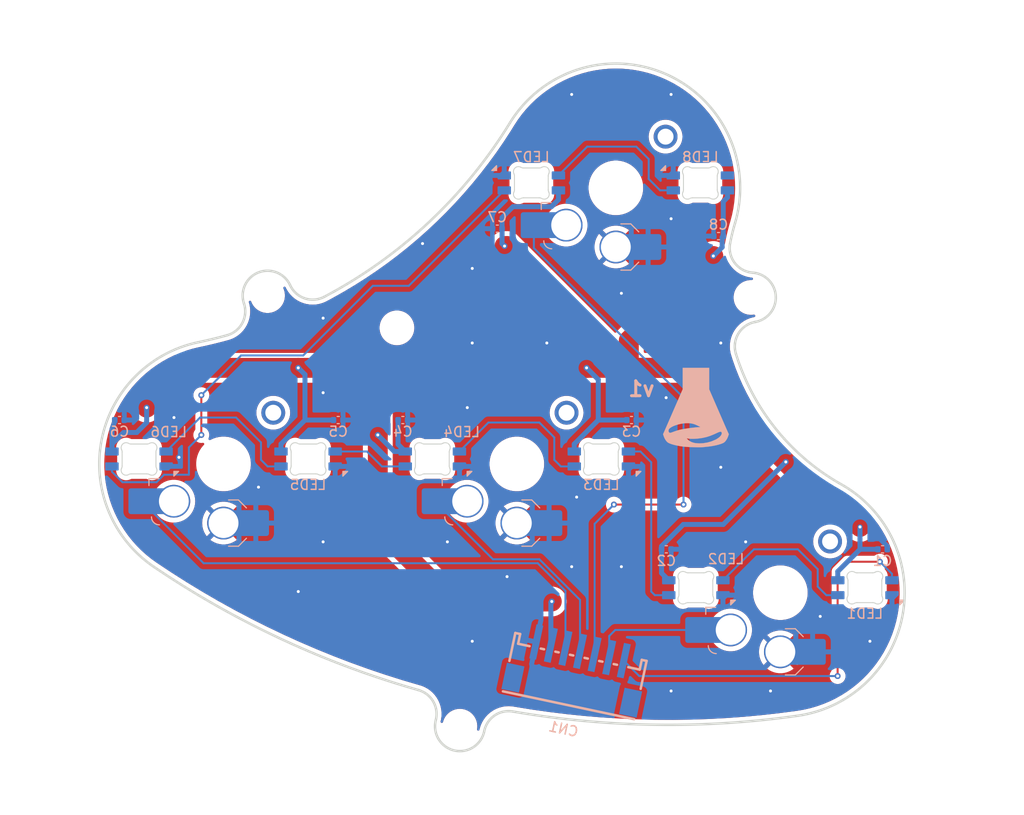
<source format=kicad_pcb>
(kicad_pcb (version 20240108) (generator "pcbnew") (generator_version "8.0")
  (title_block (title "wasd") (date "2025-02-03") (rev "v1") (company "Speedy Labs"))
  (layers (0 "F.Cu" signal) (31 "B.Cu" signal) (34 "B.Paste" user) (35 "F.Paste" user) (36 "B.SilkS" user "B.Silkscreen") (37 "F.SilkS" user "F.Silkscreen") (38 "B.Mask" user) (39 "F.Mask" user) (44 "Edge.Cuts" user))
  (net 0 "")
  (net 1 "GND")
  (net 2 "+5V")
  (net 3 "up")
  (net 4 "left")
  (net 5 "down")
  (net 6 "right")
  (net 9 "LED_DATA")
  (net 10 "Net-(LED1-DOUT)")
  (net 11 "Net-(LED2-DOUT)")
  (net 12 "Net-(LED4-DOUT)")
  (net 13 "Net-(LED3-DOUT)")
  (net 14 "Net-(LED5-DOUT)")
  (net 15 "Net-(LED6-DOUT)")
  (net 16 "Net-(LED7-DOUT)")
  (footprint "MountingHole:MountingHole_3mm" (layer "F.Cu") (at 165.535094 82.920487)
    (property "Reference" "H2")
    (property "Value" "MountingHole")
    (pad "" np_thru_hole circle (at 0 0) (size 3 3) (drill 3) (layers "*.Cu" "*.Mask"))
  )
  (footprint "MountingHole:MountingHole_3mm" (layer "F.Cu") (at 116.909787 82.731731)
    (property "Reference" "H1")
    (property "Value" "MountingHole")
    (pad "" np_thru_hole circle (at 0 0) (size 3 3) (drill 3) (layers "*.Cu" "*.Mask"))
  )
  (footprint "MountingHole:MountingHole_3mm" (layer "F.Cu") (at 136.25677 126.04851)
    (property "Reference" "H3")
    (property "Value" "MountingHole")
    (pad "" np_thru_hole circle (at 0 0) (size 3 3) (drill 3) (layers "*.Cu" "*.Mask"))
  )
  (footprint "MountingHole:MountingHole_3mm" (layer "F.Cu") (at 129.92481 85.97665)
    (property "Reference" "H4")
    (property "Value" "MountingHole")
    (pad "" np_thru_hole circle (at 0 0) (size 3 3) (drill 3) (layers "*.Cu" "*.Mask"))
  )
  (footprint "Capacitor_SMD:C_0402_1005Metric" (layer "B.Cu") (at 140.02 76 180)
    (property "Reference" "C7" (at 0 1.16 0) (layer "B.SilkS") (effects (justify mirror)))
    (property "Value" "100nF")
    (pad "1" smd roundrect (at -0.48 0 180) (size 0.56 0.62) (layers "B.Cu" "B.Paste" "B.Mask") (net 2 "+5V"))
    (pad "2" smd roundrect (at 0.48 0 180) (size 0.56 0.62) (layers "B.Cu" "B.Paste" "B.Mask") (net 1 "GND"))
  )
  (footprint "PCM_marbastlib-choc:LED_choc_6028R" (layer "B.Cu") (at 150.486056 99.163376)
    (property "Reference" "LED3" (at 0 2.6 0) (layer "B.SilkS") (effects (justify mirror)))
    (property "Value" "choc_SK6812MINI-E")
    (fp_line (start -1.699999 -0.702843) (end -1.699999 0.702841) (stroke (width 0.1)) (layer "Edge.Cuts"))
    (fp_line (start -0.794452 1.499999) (end 0.794452 1.499999) (stroke (width 0.1)) (layer "Edge.Cuts"))
    (fp_line (start 0.794453 -1.5) (end -0.794452 -1.5) (stroke (width 0.1)) (layer "Edge.Cuts"))
    (fp_line (start 1.699999 0.702841) (end 1.699999 -0.702843) (stroke (width 0.1)) (layer "Edge.Cuts"))
    (fp_arc (start -1.749484 -0.919721) (mid -1.712527 -0.814069) (end -1.699999 -0.702843) (stroke (width 0.1)) (layer "Edge.Cuts"))
    (fp_arc (start -1.749484 -0.919721) (mid -1.638071 -1.504036) (end -1.046711 -1.5683) (stroke (width 0.1)) (layer "Edge.Cuts"))
    (fp_arc (start -1.699999 0.702842) (mid -1.712527 0.814067) (end -1.749484 0.919719) (stroke (width 0.1)) (layer "Edge.Cuts"))
    (fp_arc (start -1.046711 1.568296) (mid -1.63807 1.504033) (end -1.749484 0.919719) (stroke (width 0.1)) (layer "Edge.Cuts"))
    (fp_arc (start -1.04671 1.568298) (mid -0.925122 1.517376) (end -0.794452 1.499999) (stroke (width 0.1)) (layer "Edge.Cuts"))
    (fp_arc (start -0.794453 -1.500001) (mid -0.925123 -1.517378) (end -1.046711 -1.5683) (stroke (width 0.1)) (layer "Edge.Cuts"))
    (fp_arc (start 0.794452 1.499999) (mid 0.925123 1.517376) (end 1.046711 1.568298) (stroke (width 0.1)) (layer "Edge.Cuts"))
    (fp_arc (start 1.046711 -1.568299) (mid 0.925123 -1.517377) (end 0.794453 -1.5) (stroke (width 0.1)) (layer "Edge.Cuts"))
    (fp_arc (start 1.046711 -1.568299) (mid 1.638071 -1.504036) (end 1.749484 -0.919721) (stroke (width 0.1)) (layer "Edge.Cuts"))
    (fp_arc (start 1.699999 -0.702844) (mid 1.712538 -0.814067) (end 1.749484 -0.919721) (stroke (width 0.1)) (layer "Edge.Cuts"))
    (fp_arc (start 1.749484 0.919718) (mid 1.638073 1.504037) (end 1.046711 1.568298) (stroke (width 0.1)) (layer "Edge.Cuts"))
    (fp_arc (start 1.749484 0.919719) (mid 1.712541 0.814065) (end 1.699999 0.702841) (stroke (width 0.1)) (layer "Edge.Cuts"))
    (pad "1" smd roundrect (at -2.725 -0.75 90) (size 0.82 1.35) (layers "B.Cu" "B.Paste" "B.Mask") (roundrect_rratio 0.1) (net 2 "+5V"))
    (pad "2" smd roundrect (at -2.725 0.75 90) (size 0.82 1.35) (layers "B.Cu" "B.Paste" "B.Mask") (roundrect_rratio 0.1) (net 13 "Net-(LED3-DOUT)"))
    (pad "3" smd roundrect (at 2.725 -0.75 90) (size 0.82 1.35) (layers "B.Cu" "B.Paste" "B.Mask") (roundrect_rratio 0.1) (net 11 "Net-(LED2-DOUT)"))
    (pad "4" smd roundrect (at 2.725 0.75 90) (size 0.82 1.35) (layers "B.Cu" "B.Paste" "B.Mask") (roundrect_rratio 0.1) (chamfer_ratio 0.5) (chamfer bottom_left) (net 1 "GND"))
  )
  (footprint "Capacitor_SMD:C_0402_1005Metric" (layer "B.Cu") (at 124.02 95.25)
    (property "Reference" "C5" (at 0 1.16 0) (layer "B.SilkS") (effects (justify mirror)))
    (property "Value" "100nF")
    (pad "1" smd roundrect (at -0.48 0) (size 0.56 0.62) (layers "B.Cu" "B.Paste" "B.Mask") (net 2 "+5V"))
    (pad "2" smd roundrect (at 0.48 0) (size 0.56 0.62) (layers "B.Cu" "B.Paste" "B.Mask") (net 1 "GND"))
  )
  (footprint "PCM_marbastlib-choc:LED_choc_6028R" (layer "B.Cu") (at 103.986056 99.163376)
    (property "Reference" "LED6" (at 2.983944 -2.713376 0) (layer "B.SilkS") (effects (justify mirror)))
    (property "Value" "choc_SK6812MINI-E")
    (fp_line (start -1.699999 -0.702843) (end -1.699999 0.702841) (stroke (width 0.1)) (layer "Edge.Cuts"))
    (fp_line (start -0.794452 1.499999) (end 0.794452 1.499999) (stroke (width 0.1)) (layer "Edge.Cuts"))
    (fp_line (start 0.794453 -1.5) (end -0.794452 -1.5) (stroke (width 0.1)) (layer "Edge.Cuts"))
    (fp_line (start 1.699999 0.702841) (end 1.699999 -0.702843) (stroke (width 0.1)) (layer "Edge.Cuts"))
    (fp_arc (start -1.749484 -0.919721) (mid -1.712527 -0.814069) (end -1.699999 -0.702843) (stroke (width 0.1)) (layer "Edge.Cuts"))
    (fp_arc (start -1.749484 -0.919721) (mid -1.638071 -1.504036) (end -1.046711 -1.5683) (stroke (width 0.1)) (layer "Edge.Cuts"))
    (fp_arc (start -1.699999 0.702842) (mid -1.712527 0.814067) (end -1.749484 0.919719) (stroke (width 0.1)) (layer "Edge.Cuts"))
    (fp_arc (start -1.046711 1.568296) (mid -1.63807 1.504033) (end -1.749484 0.919719) (stroke (width 0.1)) (layer "Edge.Cuts"))
    (fp_arc (start -1.04671 1.568298) (mid -0.925122 1.517376) (end -0.794452 1.499999) (stroke (width 0.1)) (layer "Edge.Cuts"))
    (fp_arc (start -0.794453 -1.500001) (mid -0.925123 -1.517378) (end -1.046711 -1.5683) (stroke (width 0.1)) (layer "Edge.Cuts"))
    (fp_arc (start 0.794452 1.499999) (mid 0.925123 1.517376) (end 1.046711 1.568298) (stroke (width 0.1)) (layer "Edge.Cuts"))
    (fp_arc (start 1.046711 -1.568299) (mid 0.925123 -1.517377) (end 0.794453 -1.5) (stroke (width 0.1)) (layer "Edge.Cuts"))
    (fp_arc (start 1.046711 -1.568299) (mid 1.638071 -1.504036) (end 1.749484 -0.919721) (stroke (width 0.1)) (layer "Edge.Cuts"))
    (fp_arc (start 1.699999 -0.702844) (mid 1.712538 -0.814067) (end 1.749484 -0.919721) (stroke (width 0.1)) (layer "Edge.Cuts"))
    (fp_arc (start 1.749484 0.919718) (mid 1.638073 1.504037) (end 1.046711 1.568298) (stroke (width 0.1)) (layer "Edge.Cuts"))
    (fp_arc (start 1.749484 0.919719) (mid 1.712541 0.814065) (end 1.699999 0.702841) (stroke (width 0.1)) (layer "Edge.Cuts"))
    (pad "1" smd roundrect (at -2.725 -0.75 90) (size 0.82 1.35) (layers "B.Cu" "B.Paste" "B.Mask") (roundrect_rratio 0.1) (net 2 "+5V"))
    (pad "2" smd roundrect (at -2.725 0.75 90) (size 0.82 1.35) (layers "B.Cu" "B.Paste" "B.Mask") (roundrect_rratio 0.1) (net 15 "Net-(LED6-DOUT)"))
    (pad "3" smd roundrect (at 2.725 -0.75 90) (size 0.82 1.35) (layers "B.Cu" "B.Paste" "B.Mask") (roundrect_rratio 0.1) (net 14 "Net-(LED5-DOUT)"))
    (pad "4" smd roundrect (at 2.725 0.75 90) (size 0.82 1.35) (layers "B.Cu" "B.Paste" "B.Mask") (roundrect_rratio 0.1) (chamfer_ratio 0.5) (chamfer bottom_left) (net 1 "GND"))
  )
  (footprint "Capacitor_SMD:C_0402_1005Metric" (layer "B.Cu") (at 102.02 95.25)
    (property "Reference" "C6" (at 0 1.16 0) (layer "B.SilkS") (effects (justify mirror)))
    (property "Value" "100nF")
    (pad "1" smd roundrect (at -0.48 0) (size 0.56 0.62) (layers "B.Cu" "B.Paste" "B.Mask") (net 2 "+5V"))
    (pad "2" smd roundrect (at 0.48 0) (size 0.56 0.62) (layers "B.Cu" "B.Paste" "B.Mask") (net 1 "GND"))
  )
  (footprint "PCM_marbastlib-choc:LED_choc_6028R" (layer "B.Cu") (at 159.991446 112.113832)
    (property "Reference" "LED2" (at 3.038554 -2.883832 0) (layer "B.SilkS") (effects (justify mirror)))
    (property "Value" "choc_SK6812MINI-E")
    (fp_line (start -1.699999 -0.702843) (end -1.699999 0.702841) (stroke (width 0.1)) (layer "Edge.Cuts"))
    (fp_line (start -0.794452 1.499999) (end 0.794452 1.499999) (stroke (width 0.1)) (layer "Edge.Cuts"))
    (fp_line (start 0.794453 -1.5) (end -0.794452 -1.5) (stroke (width 0.1)) (layer "Edge.Cuts"))
    (fp_line (start 1.699999 0.702841) (end 1.699999 -0.702843) (stroke (width 0.1)) (layer "Edge.Cuts"))
    (fp_arc (start -1.749484 -0.919721) (mid -1.712527 -0.814069) (end -1.699999 -0.702843) (stroke (width 0.1)) (layer "Edge.Cuts"))
    (fp_arc (start -1.749484 -0.919721) (mid -1.638071 -1.504036) (end -1.046711 -1.5683) (stroke (width 0.1)) (layer "Edge.Cuts"))
    (fp_arc (start -1.699999 0.702842) (mid -1.712527 0.814067) (end -1.749484 0.919719) (stroke (width 0.1)) (layer "Edge.Cuts"))
    (fp_arc (start -1.046711 1.568296) (mid -1.63807 1.504033) (end -1.749484 0.919719) (stroke (width 0.1)) (layer "Edge.Cuts"))
    (fp_arc (start -1.04671 1.568298) (mid -0.925122 1.517376) (end -0.794452 1.499999) (stroke (width 0.1)) (layer "Edge.Cuts"))
    (fp_arc (start -0.794453 -1.500001) (mid -0.925123 -1.517378) (end -1.046711 -1.5683) (stroke (width 0.1)) (layer "Edge.Cuts"))
    (fp_arc (start 0.794452 1.499999) (mid 0.925123 1.517376) (end 1.046711 1.568298) (stroke (width 0.1)) (layer "Edge.Cuts"))
    (fp_arc (start 1.046711 -1.568299) (mid 0.925123 -1.517377) (end 0.794453 -1.5) (stroke (width 0.1)) (layer "Edge.Cuts"))
    (fp_arc (start 1.046711 -1.568299) (mid 1.638071 -1.504036) (end 1.749484 -0.919721) (stroke (width 0.1)) (layer "Edge.Cuts"))
    (fp_arc (start 1.699999 -0.702844) (mid 1.712538 -0.814067) (end 1.749484 -0.919721) (stroke (width 0.1)) (layer "Edge.Cuts"))
    (fp_arc (start 1.749484 0.919718) (mid 1.638073 1.504037) (end 1.046711 1.568298) (stroke (width 0.1)) (layer "Edge.Cuts"))
    (fp_arc (start 1.749484 0.919719) (mid 1.712541 0.814065) (end 1.699999 0.702841) (stroke (width 0.1)) (layer "Edge.Cuts"))
    (pad "1" smd roundrect (at -2.725 -0.75 90) (size 0.82 1.35) (layers "B.Cu" "B.Paste" "B.Mask") (roundrect_rratio 0.1) (net 2 "+5V"))
    (pad "2" smd roundrect (at -2.725 0.75 90) (size 0.82 1.35) (layers "B.Cu" "B.Paste" "B.Mask") (roundrect_rratio 0.1) (net 11 "Net-(LED2-DOUT)"))
    (pad "3" smd roundrect (at 2.725 -0.75 90) (size 0.82 1.35) (layers "B.Cu" "B.Paste" "B.Mask") (roundrect_rratio 0.1) (net 10 "Net-(LED1-DOUT)"))
    (pad "4" smd roundrect (at 2.725 0.75 90) (size 0.82 1.35) (layers "B.Cu" "B.Paste" "B.Mask") (roundrect_rratio 0.1) (chamfer_ratio 0.5) (chamfer bottom_left) (net 1 "GND"))
  )
  (footprint "PCM_marbastlib-choc:LED_choc_6028R" (layer "B.Cu") (at 143.444907 71.395205 180)
    (property "Reference" "LED7" (at 0 2.6 0) (layer "B.SilkS") (effects (justify mirror)))
    (property "Value" "choc_SK6812MINI-E")
    (fp_line (start 1.699999 0.702841) (end 1.699999 -0.702843) (stroke (width 0.1)) (layer "Edge.Cuts"))
    (fp_line (start 0.794453 -1.5) (end -0.794452 -1.5) (stroke (width 0.1)) (layer "Edge.Cuts"))
    (fp_line (start -0.794452 1.499999) (end 0.794452 1.499999) (stroke (width 0.1)) (layer "Edge.Cuts"))
    (fp_line (start -1.699999 -0.702843) (end -1.699999 0.702841) (stroke (width 0.1)) (layer "Edge.Cuts"))
    (fp_arc (start 1.749484 0.919719) (mid 1.712541 0.814065) (end 1.699999 0.702841) (stroke (width 0.1)) (layer "Edge.Cuts"))
    (fp_arc (start 1.749484 0.919718) (mid 1.638073 1.504037) (end 1.046711 1.568298) (stroke (width 0.1)) (layer "Edge.Cuts"))
    (fp_arc (start 1.699999 -0.702844) (mid 1.712538 -0.814067) (end 1.749484 -0.919721) (stroke (width 0.1)) (layer "Edge.Cuts"))
    (fp_arc (start 1.046711 -1.568299) (mid 1.638071 -1.504036) (end 1.749484 -0.919721) (stroke (width 0.1)) (layer "Edge.Cuts"))
    (fp_arc (start 1.046711 -1.568299) (mid 0.925123 -1.517377) (end 0.794453 -1.5) (stroke (width 0.1)) (layer "Edge.Cuts"))
    (fp_arc (start 0.794452 1.499999) (mid 0.925123 1.517376) (end 1.046711 1.568298) (stroke (width 0.1)) (layer "Edge.Cuts"))
    (fp_arc (start -0.794453 -1.500001) (mid -0.925123 -1.517378) (end -1.046711 -1.5683) (stroke (width 0.1)) (layer "Edge.Cuts"))
    (fp_arc (start -1.04671 1.568298) (mid -0.925122 1.517376) (end -0.794452 1.499999) (stroke (width 0.1)) (layer "Edge.Cuts"))
    (fp_arc (start -1.046711 1.568296) (mid -1.63807 1.504033) (end -1.749484 0.919719) (stroke (width 0.1)) (layer "Edge.Cuts"))
    (fp_arc (start -1.699999 0.702842) (mid -1.712527 0.814067) (end -1.749484 0.919719) (stroke (width 0.1)) (layer "Edge.Cuts"))
    (fp_arc (start -1.749484 -0.919721) (mid -1.638071 -1.504036) (end -1.046711 -1.5683) (stroke (width 0.1)) (layer "Edge.Cuts"))
    (fp_arc (start -1.749484 -0.919721) (mid -1.712527 -0.814069) (end -1.699999 -0.702843) (stroke (width 0.1)) (layer "Edge.Cuts"))
    (pad "1" smd roundrect (at -2.725 -0.75 270) (size 0.82 1.35) (layers "B.Cu" "B.Paste" "B.Mask") (roundrect_rratio 0.1) (net 2 "+5V"))
    (pad "2" smd roundrect (at -2.725 0.75 270) (size 0.82 1.35) (layers "B.Cu" "B.Paste" "B.Mask") (roundrect_rratio 0.1) (net 16 "Net-(LED7-DOUT)"))
    (pad "3" smd roundrect (at 2.725 -0.75 270) (size 0.82 1.35) (layers "B.Cu" "B.Paste" "B.Mask") (roundrect_rratio 0.1) (net 15 "Net-(LED6-DOUT)"))
    (pad "4" smd roundrect (at 2.725 0.75 270) (size 0.82 1.35) (layers "B.Cu" "B.Paste" "B.Mask") (roundrect_rratio 0.1) (chamfer_ratio 0.5) (chamfer bottom_left) (net 1 "GND"))
  )
  (footprint "Capacitor_SMD:C_0402_1005Metric" (layer "B.Cu") (at 157.02 108.25)
    (property "Reference" "C2" (at 0 1.16 0) (layer "B.SilkS") (effects (justify mirror)))
    (property "Value" "100nF")
    (pad "1" smd roundrect (at -0.48 0) (size 0.56 0.62) (layers "B.Cu" "B.Paste" "B.Mask") (net 2 "+5V"))
    (pad "2" smd roundrect (at 0.48 0) (size 0.56 0.62) (layers "B.Cu" "B.Paste" "B.Mask") (net 1 "GND"))
  )
  (footprint "PCM_marbastlib-xp-choc:SW_choc_v2_HS_CPG135001S30_1u" (layer "B.Cu") (at 112.486056 99.663376 180)
    (property "Reference" "CH2" (hide yes))
    (property "Value" "choc_v1_SW_HS")
    (pad "" np_thru_hole circle (at 0 0) (size 5 5) (drill 5) (layers "F&B.Cu" "*.Mask"))
    (pad "1" thru_hole circle (at 5 -3.75 180) (size 3.3 3.3) (drill 3) (layers "*.Cu" "B.Mask") (net 4 "left"))
    (pad "1" smd rect (at 6.55 -3.75 180) (size 1.2 2.6) (layers "B.Cu") (net 4 "left"))
    (pad "1" smd roundrect (at 8.245 -3.75 180) (size 2.65 2.6) (layers "B.Cu" "B.Paste" "B.Mask") (roundrect_rratio 0.1) (net 4 "left"))
    (pad "2" smd roundrect (at -3.245 -5.95 180) (size 2.65 2.6) (layers "B.Cu" "B.Paste" "B.Mask") (roundrect_rratio 0.1) (net 1 "GND"))
    (pad "2" smd rect (at -1.55 -5.95) (size 1.2 2.6) (layers "B.Cu") (net 1 "GND"))
    (pad "2" thru_hole circle (at 0 -5.95 180) (size 3.3 3.3) (drill 3) (layers "*.Cu" "B.Mask") (net 1 "GND"))
    (pad "MP" thru_hole circle (at -5 5.15) (size 2.4 2.4) (drill 1.6) (layers "*.Cu" "B.Mask"))
  )
  (footprint "PCM_marbastlib-choc:LED_choc_6028R" (layer "B.Cu") (at 120.986056 99.163376)
    (property "Reference" "LED5" (at 0 2.6 0) (layer "B.SilkS") (effects (justify mirror)))
    (property "Value" "choc_SK6812MINI-E")
    (fp_line (start -1.699999 -0.702843) (end -1.699999 0.702841) (stroke (width 0.1)) (layer "Edge.Cuts"))
    (fp_line (start -0.794452 1.499999) (end 0.794452 1.499999) (stroke (width 0.1)) (layer "Edge.Cuts"))
    (fp_line (start 0.794453 -1.5) (end -0.794452 -1.5) (stroke (width 0.1)) (layer "Edge.Cuts"))
    (fp_line (start 1.699999 0.702841) (end 1.699999 -0.702843) (stroke (width 0.1)) (layer "Edge.Cuts"))
    (fp_arc (start -1.749484 -0.919721) (mid -1.712527 -0.814069) (end -1.699999 -0.702843) (stroke (width 0.1)) (layer "Edge.Cuts"))
    (fp_arc (start -1.749484 -0.919721) (mid -1.638071 -1.504036) (end -1.046711 -1.5683) (stroke (width 0.1)) (layer "Edge.Cuts"))
    (fp_arc (start -1.699999 0.702842) (mid -1.712527 0.814067) (end -1.749484 0.919719) (stroke (width 0.1)) (layer "Edge.Cuts"))
    (fp_arc (start -1.046711 1.568296) (mid -1.63807 1.504033) (end -1.749484 0.919719) (stroke (width 0.1)) (layer "Edge.Cuts"))
    (fp_arc (start -1.04671 1.568298) (mid -0.925122 1.517376) (end -0.794452 1.499999) (stroke (width 0.1)) (layer "Edge.Cuts"))
    (fp_arc (start -0.794453 -1.500001) (mid -0.925123 -1.517378) (end -1.046711 -1.5683) (stroke (width 0.1)) (layer "Edge.Cuts"))
    (fp_arc (start 0.794452 1.499999) (mid 0.925123 1.517376) (end 1.046711 1.568298) (stroke (width 0.1)) (layer "Edge.Cuts"))
    (fp_arc (start 1.046711 -1.568299) (mid 0.925123 -1.517377) (end 0.794453 -1.5) (stroke (width 0.1)) (layer "Edge.Cuts"))
    (fp_arc (start 1.046711 -1.568299) (mid 1.638071 -1.504036) (end 1.749484 -0.919721) (stroke (width 0.1)) (layer "Edge.Cuts"))
    (fp_arc (start 1.699999 -0.702844) (mid 1.712538 -0.814067) (end 1.749484 -0.919721) (stroke (width 0.1)) (layer "Edge.Cuts"))
    (fp_arc (start 1.749484 0.919718) (mid 1.638073 1.504037) (end 1.046711 1.568298) (stroke (width 0.1)) (layer "Edge.Cuts"))
    (fp_arc (start 1.749484 0.919719) (mid 1.712541 0.814065) (end 1.699999 0.702841) (stroke (width 0.1)) (layer "Edge.Cuts"))
    (pad "1" smd roundrect (at -2.725 -0.75 90) (size 0.82 1.35) (layers "B.Cu" "B.Paste" "B.Mask") (roundrect_rratio 0.1) (net 2 "+5V"))
    (pad "2" smd roundrect (at -2.725 0.75 90) (size 0.82 1.35) (layers "B.Cu" "B.Paste" "B.Mask") (roundrect_rratio 0.1) (net 14 "Net-(LED5-DOUT)"))
    (pad "3" smd roundrect (at 2.725 -0.75 90) (size 0.82 1.35) (layers "B.Cu" "B.Paste" "B.Mask") (roundrect_rratio 0.1) (net 12 "Net-(LED4-DOUT)"))
    (pad "4" smd roundrect (at 2.725 0.75 90) (size 0.82 1.35) (layers "B.Cu" "B.Paste" "B.Mask") (roundrect_rratio 0.1) (chamfer_ratio 0.5) (chamfer bottom_left) (net 1 "GND"))
  )
  (footprint "PCM_marbastlib-xp-choc:SW_choc_v2_HS_CPG135001S30_1u" (layer "B.Cu") (at 141.986056 99.663376 180)
    (property "Reference" "CH3" (hide yes))
    (property "Value" "choc_v1_SW_HS")
    (pad "" np_thru_hole circle (at 0 0) (size 5 5) (drill 5) (layers "F&B.Cu" "*.Mask"))
    (pad "1" thru_hole circle (at 5 -3.75 180) (size 3.3 3.3) (drill 3) (layers "*.Cu" "B.Mask") (net 5 "down"))
    (pad "1" smd rect (at 6.55 -3.75 180) (size 1.2 2.6) (layers "B.Cu") (net 5 "down"))
    (pad "1" smd roundrect (at 8.245 -3.75 180) (size 2.65 2.6) (layers "B.Cu" "B.Paste" "B.Mask") (roundrect_rratio 0.1) (net 5 "down"))
    (pad "2" smd roundrect (at -3.245 -5.95 180) (size 2.65 2.6) (layers "B.Cu" "B.Paste" "B.Mask") (roundrect_rratio 0.1) (net 1 "GND"))
    (pad "2" smd rect (at -1.55 -5.95) (size 1.2 2.6) (layers "B.Cu") (net 1 "GND"))
    (pad "2" thru_hole circle (at 0 -5.95 180) (size 3.3 3.3) (drill 3) (layers "*.Cu" "B.Mask") (net 1 "GND"))
    (pad "MP" thru_hole circle (at -5 5.15) (size 2.4 2.4) (drill 1.6) (layers "*.Cu" "B.Mask"))
  )
  (footprint "PCM_marbastlib-xp-choc:SW_choc_v2_HS_CPG135001S30_1u" (layer "B.Cu") (at 151.944907 71.895205 180)
    (property "Reference" "CH1" (hide yes))
    (property "Value" "choc_v1_SW_HS")
    (pad "" np_thru_hole circle (at 0 0) (size 5 5) (drill 5) (layers "F&B.Cu" "*.Mask"))
    (pad "1" thru_hole circle (at 5 -3.75 180) (size 3.3 3.3) (drill 3) (layers "*.Cu" "B.Mask") (net 3 "up"))
    (pad "1" smd rect (at 6.55 -3.75 180) (size 1.2 2.6) (layers "B.Cu") (net 3 "up"))
    (pad "1" smd roundrect (at 8.245 -3.75 180) (size 2.65 2.6) (layers "B.Cu" "B.Paste" "B.Mask") (roundrect_rratio 0.1) (net 3 "up"))
    (pad "2" smd roundrect (at -3.245 -5.95 180) (size 2.65 2.6) (layers "B.Cu" "B.Paste" "B.Mask") (roundrect_rratio 0.1) (net 1 "GND"))
    (pad "2" smd rect (at -1.55 -5.95) (size 1.2 2.6) (layers "B.Cu") (net 1 "GND"))
    (pad "2" thru_hole circle (at 0 -5.95 180) (size 3.3 3.3) (drill 3) (layers "*.Cu" "B.Mask") (net 1 "GND"))
    (pad "MP" thru_hole circle (at -5 5.15) (size 2.4 2.4) (drill 1.6) (layers "*.Cu" "B.Mask"))
  )
  (footprint "Capacitor_SMD:C_0402_1005Metric" (layer "B.Cu") (at 178.77 108.25)
    (property "Reference" "C1" (at 0 1.16 0) (layer "B.SilkS") (effects (justify mirror)))
    (property "Value" "100nF")
    (pad "1" smd roundrect (at -0.48 0) (size 0.56 0.62) (layers "B.Cu" "B.Paste" "B.Mask") (net 2 "+5V"))
    (pad "2" smd roundrect (at 0.48 0) (size 0.56 0.62) (layers "B.Cu" "B.Paste" "B.Mask") (net 1 "GND"))
  )
  (footprint "PCM_marbastlib-choc:LED_choc_6028R" (layer "B.Cu") (at 133.486056 99.163376)
    (property "Reference" "LED4" (at 2.953944 -2.713376 0) (layer "B.SilkS") (effects (justify mirror)))
    (property "Value" "choc_SK6812MINI-E")
    (fp_line (start -1.699999 -0.702843) (end -1.699999 0.702841) (stroke (width 0.1)) (layer "Edge.Cuts"))
    (fp_line (start -0.794452 1.499999) (end 0.794452 1.499999) (stroke (width 0.1)) (layer "Edge.Cuts"))
    (fp_line (start 0.794453 -1.5) (end -0.794452 -1.5) (stroke (width 0.1)) (layer "Edge.Cuts"))
    (fp_line (start 1.699999 0.702841) (end 1.699999 -0.702843) (stroke (width 0.1)) (layer "Edge.Cuts"))
    (fp_arc (start -1.749484 -0.919721) (mid -1.712527 -0.814069) (end -1.699999 -0.702843) (stroke (width 0.1)) (layer "Edge.Cuts"))
    (fp_arc (start -1.749484 -0.919721) (mid -1.638071 -1.504036) (end -1.046711 -1.5683) (stroke (width 0.1)) (layer "Edge.Cuts"))
    (fp_arc (start -1.699999 0.702842) (mid -1.712527 0.814067) (end -1.749484 0.919719) (stroke (width 0.1)) (layer "Edge.Cuts"))
    (fp_arc (start -1.046711 1.568296) (mid -1.63807 1.504033) (end -1.749484 0.919719) (stroke (width 0.1)) (layer "Edge.Cuts"))
    (fp_arc (start -1.04671 1.568298) (mid -0.925122 1.517376) (end -0.794452 1.499999) (stroke (width 0.1)) (layer "Edge.Cuts"))
    (fp_arc (start -0.794453 -1.500001) (mid -0.925123 -1.517378) (end -1.046711 -1.5683) (stroke (width 0.1)) (layer "Edge.Cuts"))
    (fp_arc (start 0.794452 1.499999) (mid 0.925123 1.517376) (end 1.046711 1.568298) (stroke (width 0.1)) (layer "Edge.Cuts"))
    (fp_arc (start 1.046711 -1.568299) (mid 0.925123 -1.517377) (end 0.794453 -1.5) (stroke (width 0.1)) (layer "Edge.Cuts"))
    (fp_arc (start 1.046711 -1.568299) (mid 1.638071 -1.504036) (end 1.749484 -0.919721) (stroke (width 0.1)) (layer "Edge.Cuts"))
    (fp_arc (start 1.699999 -0.702844) (mid 1.712538 -0.814067) (end 1.749484 -0.919721) (stroke (width 0.1)) (layer "Edge.Cuts"))
    (fp_arc (start 1.749484 0.919718) (mid 1.638073 1.504037) (end 1.046711 1.568298) (stroke (width 0.1)) (layer "Edge.Cuts"))
    (fp_arc (start 1.749484 0.919719) (mid 1.712541 0.814065) (end 1.699999 0.702841) (stroke (width 0.1)) (layer "Edge.Cuts"))
    (pad "1" smd roundrect (at -2.725 -0.75 90) (size 0.82 1.35) (layers "B.Cu" "B.Paste" "B.Mask") (roundrect_rratio 0.1) (net 2 "+5V"))
    (pad "2" smd roundrect (at -2.725 0.75 90) (size 0.82 1.35) (layers "B.Cu" "B.Paste" "B.Mask") (roundrect_rratio 0.1) (net 12 "Net-(LED4-DOUT)"))
    (pad "3" smd roundrect (at 2.725 -0.75 90) (size 0.82 1.35) (layers "B.Cu" "B.Paste" "B.Mask") (roundrect_rratio 0.1) (net 13 "Net-(LED3-DOUT)"))
    (pad "4" smd roundrect (at 2.725 0.75 90) (size 0.82 1.35) (layers "B.Cu" "B.Paste" "B.Mask") (roundrect_rratio 0.1) (chamfer_ratio 0.5) (chamfer bottom_left) (net 1 "GND"))
  )
  (footprint "easyeda:CONN-SMD_S7B-ZR-SM4A-TF-LF-SN" (layer "B.Cu") (at 147.926279 120.467798 -12)
    (property "Reference" "CN1" (at 0 5.999999 168) (layer "B.SilkS") (effects (justify mirror)))
    (property "Value" "S7B-ZR-SM4A-TF(LF)(SN)_C5118704")
    (pad "1" smd rect (at 4.5 -1.999999 168) (size 0.7 3.5) (layers "B.Cu" "B.Paste" "B.Mask") (net 9 "LED_DATA"))
    (pad "2" smd rect (at 3 -2 168) (size 0.7 3.5) (layers "B.Cu" "B.Paste" "B.Mask") (net 6 "right"))
    (pad "3" smd rect (at 1.5 -1.999999 168) (size 0.7 3.5) (layers "B.Cu" "B.Paste" "B.Mask") (net 3 "up"))
    (pad "4" smd rect (at 0 -2.000001 168) (size 0.7 3.5) (layers "B.Cu" "B.Paste" "B.Mask") (net 5 "down"))
    (pad "5" smd rect (at -1.5 -2 168) (size 0.7 3.5) (layers "B.Cu" "B.Paste" "B.Mask") (net 4 "left"))
    (pad "6" smd rect (at -3 -2.000001 168) (size 0.7 3.5) (layers "B.Cu" "B.Paste" "B.Mask") (net 2 "+5V"))
    (pad "7" smd rect (at -4.499999 -1.999999 168) (size 0.7 3.5) (layers "B.Cu" "B.Paste" "B.Mask") (net 1 "GND"))
    (pad "8" smd rect (at -6.05 1.999998 348) (size 1.8 2.7) (layers "B.Cu" "B.Paste" "B.Mask"))
    (pad "9" smd rect (at 6.049999 1.999999 348) (size 1.8 2.7) (layers "B.Cu" "B.Paste" "B.Mask"))
  )
  (footprint "PCM_marbastlib-choc:LED_choc_6028R" (layer "B.Cu") (at 176.991446 112.113832)
    (property "Reference" "LED1" (at 0 2.6 0) (layer "B.SilkS") (effects (justify mirror)))
    (property "Value" "choc_SK6812MINI-E")
    (fp_line (start -1.699999 -0.702843) (end -1.699999 0.702841) (stroke (width 0.1)) (layer "Edge.Cuts"))
    (fp_line (start -0.794452 1.499999) (end 0.794452 1.499999) (stroke (width 0.1)) (layer "Edge.Cuts"))
    (fp_line (start 0.794453 -1.5) (end -0.794452 -1.5) (stroke (width 0.1)) (layer "Edge.Cuts"))
    (fp_line (start 1.699999 0.702841) (end 1.699999 -0.702843) (stroke (width 0.1)) (layer "Edge.Cuts"))
    (fp_arc (start -1.749484 -0.919721) (mid -1.712527 -0.814069) (end -1.699999 -0.702843) (stroke (width 0.1)) (layer "Edge.Cuts"))
    (fp_arc (start -1.749484 -0.919721) (mid -1.638071 -1.504036) (end -1.046711 -1.5683) (stroke (width 0.1)) (layer "Edge.Cuts"))
    (fp_arc (start -1.699999 0.702842) (mid -1.712527 0.814067) (end -1.749484 0.919719) (stroke (width 0.1)) (layer "Edge.Cuts"))
    (fp_arc (start -1.046711 1.568296) (mid -1.63807 1.504033) (end -1.749484 0.919719) (stroke (width 0.1)) (layer "Edge.Cuts"))
    (fp_arc (start -1.04671 1.568298) (mid -0.925122 1.517376) (end -0.794452 1.499999) (stroke (width 0.1)) (layer "Edge.Cuts"))
    (fp_arc (start -0.794453 -1.500001) (mid -0.925123 -1.517378) (end -1.046711 -1.5683) (stroke (width 0.1)) (layer "Edge.Cuts"))
    (fp_arc (start 0.794452 1.499999) (mid 0.925123 1.517376) (end 1.046711 1.568298) (stroke (width 0.1)) (layer "Edge.Cuts"))
    (fp_arc (start 1.046711 -1.568299) (mid 0.925123 -1.517377) (end 0.794453 -1.5) (stroke (width 0.1)) (layer "Edge.Cuts"))
    (fp_arc (start 1.046711 -1.568299) (mid 1.638071 -1.504036) (end 1.749484 -0.919721) (stroke (width 0.1)) (layer "Edge.Cuts"))
    (fp_arc (start 1.699999 -0.702844) (mid 1.712538 -0.814067) (end 1.749484 -0.919721) (stroke (width 0.1)) (layer "Edge.Cuts"))
    (fp_arc (start 1.749484 0.919718) (mid 1.638073 1.504037) (end 1.046711 1.568298) (stroke (width 0.1)) (layer "Edge.Cuts"))
    (fp_arc (start 1.749484 0.919719) (mid 1.712541 0.814065) (end 1.699999 0.702841) (stroke (width 0.1)) (layer "Edge.Cuts"))
    (pad "1" smd roundrect (at -2.725 -0.75 90) (size 0.82 1.35) (layers "B.Cu" "B.Paste" "B.Mask") (roundrect_rratio 0.1) (net 2 "+5V"))
    (pad "2" smd roundrect (at -2.725 0.75 90) (size 0.82 1.35) (layers "B.Cu" "B.Paste" "B.Mask") (roundrect_rratio 0.1) (net 10 "Net-(LED1-DOUT)"))
    (pad "3" smd roundrect (at 2.725 -0.75 90) (size 0.82 1.35) (layers "B.Cu" "B.Paste" "B.Mask") (roundrect_rratio 0.1) (net 9 "LED_DATA"))
    (pad "4" smd roundrect (at 2.725 0.75 90) (size 0.82 1.35) (layers "B.Cu" "B.Paste" "B.Mask") (roundrect_rratio 0.1) (chamfer_ratio 0.5) (chamfer bottom_left) (net 1 "GND"))
  )
  (footprint "Capacitor_SMD:C_0402_1005Metric" (layer "B.Cu") (at 153.52 95.25)
    (property "Reference" "C3" (at 0 1.16 0) (layer "B.SilkS") (effects (justify mirror)))
    (property "Value" "100nF")
    (pad "1" smd roundrect (at -0.48 0) (size 0.56 0.62) (layers "B.Cu" "B.Paste" "B.Mask") (net 2 "+5V"))
    (pad "2" smd roundrect (at 0.48 0) (size 0.56 0.62) (layers "B.Cu" "B.Paste" "B.Mask") (net 1 "GND"))
  )
  (footprint "PCM_marbastlib-xp-choc:SW_choc_v2_HS_CPG135001S30_1u" (layer "B.Cu") (at 168.491446 112.613832 180)
    (property "Reference" "CH4" (hide yes))
    (property "Value" "choc_v1_SW_HS")
    (pad "" np_thru_hole circle (at 0 0) (size 5 5) (drill 5) (layers "F&B.Cu" "*.Mask"))
    (pad "1" thru_hole circle (at 5 -3.75 180) (size 3.3 3.3) (drill 3) (layers "*.Cu" "B.Mask") (net 6 "right"))
    (pad "1" smd rect (at 6.55 -3.75 180) (size 1.2 2.6) (layers "B.Cu") (net 6 "right"))
    (pad "1" smd roundrect (at 8.245 -3.75 180) (size 2.65 2.6) (layers "B.Cu" "B.Paste" "B.Mask") (roundrect_rratio 0.1) (net 6 "right"))
    (pad "2" smd roundrect (at -3.245 -5.95 180) (size 2.65 2.6) (layers "B.Cu" "B.Paste" "B.Mask") (roundrect_rratio 0.1) (net 1 "GND"))
    (pad "2" smd rect (at -1.55 -5.95) (size 1.2 2.6) (layers "B.Cu") (net 1 "GND"))
    (pad "2" thru_hole circle (at 0 -5.95 180) (size 3.3 3.3) (drill 3) (layers "*.Cu" "B.Mask") (net 1 "GND"))
    (pad "MP" thru_hole circle (at -5 5.15) (size 2.4 2.4) (drill 1.6) (layers "*.Cu" "B.Mask"))
  )
  (footprint "PCM_marbastlib-choc:LED_choc_6028R" (layer "B.Cu") (at 160.444907 71.395205 180)
    (property "Reference" "LED8" (at 0 2.6 0) (layer "B.SilkS") (effects (justify mirror)))
    (property "Value" "choc_SK6812MINI-E")
    (fp_line (start 1.699999 0.702841) (end 1.699999 -0.702843) (stroke (width 0.1)) (layer "Edge.Cuts"))
    (fp_line (start 0.794453 -1.5) (end -0.794452 -1.5) (stroke (width 0.1)) (layer "Edge.Cuts"))
    (fp_line (start -0.794452 1.499999) (end 0.794452 1.499999) (stroke (width 0.1)) (layer "Edge.Cuts"))
    (fp_line (start -1.699999 -0.702843) (end -1.699999 0.702841) (stroke (width 0.1)) (layer "Edge.Cuts"))
    (fp_arc (start 1.749484 0.919719) (mid 1.712541 0.814065) (end 1.699999 0.702841) (stroke (width 0.1)) (layer "Edge.Cuts"))
    (fp_arc (start 1.749484 0.919718) (mid 1.638073 1.504037) (end 1.046711 1.568298) (stroke (width 0.1)) (layer "Edge.Cuts"))
    (fp_arc (start 1.699999 -0.702844) (mid 1.712538 -0.814067) (end 1.749484 -0.919721) (stroke (width 0.1)) (layer "Edge.Cuts"))
    (fp_arc (start 1.046711 -1.568299) (mid 1.638071 -1.504036) (end 1.749484 -0.919721) (stroke (width 0.1)) (layer "Edge.Cuts"))
    (fp_arc (start 1.046711 -1.568299) (mid 0.925123 -1.517377) (end 0.794453 -1.5) (stroke (width 0.1)) (layer "Edge.Cuts"))
    (fp_arc (start 0.794452 1.499999) (mid 0.925123 1.517376) (end 1.046711 1.568298) (stroke (width 0.1)) (layer "Edge.Cuts"))
    (fp_arc (start -0.794453 -1.500001) (mid -0.925123 -1.517378) (end -1.046711 -1.5683) (stroke (width 0.1)) (layer "Edge.Cuts"))
    (fp_arc (start -1.04671 1.568298) (mid -0.925122 1.517376) (end -0.794452 1.499999) (stroke (width 0.1)) (layer "Edge.Cuts"))
    (fp_arc (start -1.046711 1.568296) (mid -1.63807 1.504033) (end -1.749484 0.919719) (stroke (width 0.1)) (layer "Edge.Cuts"))
    (fp_arc (start -1.699999 0.702842) (mid -1.712527 0.814067) (end -1.749484 0.919719) (stroke (width 0.1)) (layer "Edge.Cuts"))
    (fp_arc (start -1.749484 -0.919721) (mid -1.638071 -1.504036) (end -1.046711 -1.5683) (stroke (width 0.1)) (layer "Edge.Cuts"))
    (fp_arc (start -1.749484 -0.919721) (mid -1.712527 -0.814069) (end -1.699999 -0.702843) (stroke (width 0.1)) (layer "Edge.Cuts"))
    (pad "1" smd roundrect (at -2.725 -0.75 270) (size 0.82 1.35) (layers "B.Cu" "B.Paste" "B.Mask") (roundrect_rratio 0.1) (net 2 "+5V"))
    (pad "2" smd roundrect (at -2.725 0.75 270) (size 0.82 1.35) (layers "B.Cu" "B.Paste" "B.Mask") (roundrect_rratio 0.1))
    (pad "3" smd roundrect (at 2.725 -0.75 270) (size 0.82 1.35) (layers "B.Cu" "B.Paste" "B.Mask") (roundrect_rratio 0.1) (net 16 "Net-(LED7-DOUT)"))
    (pad "4" smd roundrect (at 2.725 0.75 270) (size 0.82 1.35) (layers "B.Cu" "B.Paste" "B.Mask") (roundrect_rratio 0.1) (chamfer_ratio 0.5) (chamfer bottom_left) (net 1 "GND"))
  )
  (footprint "pocket-sdvx-pico-local:logo_small" (layer "B.Cu") (at 160 94 180)
    (property "Reference" "LOGO1" (hide yes))
    (property "Value" "MountingHole" (hide yes))
  )
  (footprint "Capacitor_SMD:C_0402_1005Metric" (layer "B.Cu") (at 162.27 76.75 180)
    (property "Reference" "C8" (at 0 1.16 0) (layer "B.SilkS") (effects (justify mirror)))
    (property "Value" "100nF")
    (pad "1" smd roundrect (at -0.48 0 180) (size 0.56 0.62) (layers "B.Cu" "B.Paste" "B.Mask") (net 2 "+5V"))
    (pad "2" smd roundrect (at 0.48 0 180) (size 0.56 0.62) (layers "B.Cu" "B.Paste" "B.Mask") (net 1 "GND"))
  )
  (footprint "Capacitor_SMD:C_0402_1005Metric" (layer "B.Cu") (at 130.52 95.25)
    (property "Reference" "C4" (at 0 1.16 0) (layer "B.SilkS") (effects (justify mirror)))
    (property "Value" "100nF")
    (pad "1" smd roundrect (at -0.48 0) (size 0.56 0.62) (layers "B.Cu" "B.Paste" "B.Mask") (net 2 "+5V"))
    (pad "2" smd roundrect (at 0.48 0) (size 0.56 0.62) (layers "B.Cu" "B.Paste" "B.Mask") (net 1 "GND"))
  )
  (gr_arc (start 168.865464 97.114366) (mid 165.977981 93.111462) (end 164.020354 88.58062) (stroke (width 0.25)) (layer "Edge.Cuts"))
  (gr_arc (start 112.829288 86.726673) (mid 111.382844 87.099931) (end 109.925582 87.428427) (stroke (width 0.25)) (layer "Edge.Cuts"))
  (gr_arc (start 141.29261 65.354673) (mid 133.131849 75.358696) (end 122.619026 82.852631) (stroke (width 0.25)) (layer "Edge.Cuts"))
  (gr_arc (start 165.713506 80.426861) (mid 168.031714 82.790181) (end 165.972152 85.381986) (stroke (width 0.25)) (layer "Edge.Cuts"))
  (gr_arc (start 170.249243 124.989621) (mid 155.900213 125.896923) (end 141.584312 124.565443) (stroke (width 0.25)) (layer "Edge.Cuts"))
  (gr_arc (start 138.708219 126.538812) (mid 135.702853 128.486373) (end 133.834144 125.431354) (stroke (width 0.25)) (layer "Edge.Cuts"))
  (gr_line (start 168.869145 97.118434) (end 168.865842 97.118354) (stroke (width 0.25)) (layer "Edge.Cuts"))
  (gr_arc (start 122.619026 82.852631) (mid 120.649139 83.009311) (end 119.180903 81.686729) (stroke (width 0.25)) (layer "Edge.Cuts"))
  (gr_arc (start 141.29261 65.354673) (mid 157.025226 60.474155) (end 163.935659 75.42676) (stroke (width 0.25)) (layer "Edge.Cuts"))
  (gr_arc (start 138.708219 126.538812) (mid 139.745262 124.967667) (end 141.584312 124.565443) (stroke (width 0.25)) (layer "Edge.Cuts"))
  (gr_arc (start 163.439299 77.448815) (mid 163.664368 76.432114) (end 163.935659 75.42676) (stroke (width 0.25)) (layer "Edge.Cuts"))
  (gr_arc (start 165.713506 80.426861) (mid 163.904989 79.450551) (end 163.439299 77.448815) (stroke (width 0.25)) (layer "Edge.Cuts"))
  (gr_arc (start 132.093166 122.408923) (mid 118.287392 117.27517) (end 105.473744 110.011201) (stroke (width 0.25)) (layer "Edge.Cuts"))
  (gr_arc (start 105.473744 110.011201) (mid 100.222091 97.24573) (end 109.925582 87.428427) (stroke (width 0.25)) (layer "Edge.Cuts"))
  (gr_line (start 168.865842 97.118354) (end 168.865464 97.114366) (stroke (width 0.25)) (layer "Edge.Cuts"))
  (gr_arc (start 114.538582 83.52381) (mid 114.372951 85.492953) (end 112.829288 86.726673) (stroke (width 0.25)) (layer "Edge.Cuts"))
  (gr_arc (start 174.619962 101.719279) (mid 180.776628 114.921277) (end 170.249243 124.989621) (stroke (width 0.25)) (layer "Edge.Cuts"))
  (gr_arc (start 164.020354 88.58062) (mid 164.275146 86.541292) (end 165.972152 85.381986) (stroke (width 0.25)) (layer "Edge.Cuts"))
  (gr_arc (start 132.093166 122.408923) (mid 133.577819 123.566366) (end 133.834144 125.431354) (stroke (width 0.25)) (layer "Edge.Cuts"))
  (gr_arc (start 174.619962 101.719279) (mid 171.557407 99.65278) (end 168.869145 97.118434) (stroke (width 0.25)) (layer "Edge.Cuts"))
  (gr_arc (start 114.538582 83.52381) (mid 115.989888 80.407077) (end 119.180903 81.686729) (stroke (width 0.25)) (layer "Edge.Cuts"))
  (gr_text "v1" (at 156 93 -0) (layer "B.SilkS") (effects (font (size 1.5 1.5) (thickness 0.3) (bold yes)) (justify left bottom mirror)))
  (via (at 152.5 110) (size 0.6) (drill 0.3) (layers "F.Cu" "B.Cu") (net 1))
  (via (at 137.5 87.5) (size 0.6) (drill 0.3) (layers "F.Cu" "B.Cu") (net 1))
  (via (at 148 103) (size 0.6) (drill 0.3) (layers "F.Cu" "B.Cu") (net 1))
  (via (at 157 93) (size 0.6) (drill 0.3) (layers "F.Cu" "B.Cu") (net 1))
  (via (at 120 112.5) (size 0.6) (drill 0.3) (layers "F.Cu" "B.Cu") (net 1))
  (via (at 137.5 117.5) (size 0.6) (drill 0.3) (layers "F.Cu" "B.Cu") (net 1))
  (via (at 162.5 87.5) (size 0.6) (drill 0.3) (layers "F.Cu" "B.Cu") (net 1))
  (via (at 157.5 62.5) (size 0.6) (drill 0.3) (layers "F.Cu" "B.Cu") (net 1))
  (via (at 147.5 110) (size 0.6) (drill 0.3) (layers "F.Cu" "B.Cu") (net 1))
  (via (at 177.5 117.5) (size 0.6) (drill 0.3) (layers "F.Cu" "B.Cu") (net 1))
  (via (at 132.5 77.5) (size 0.6) (drill 0.3) (layers "F.Cu" "B.Cu") (net 1))
  (via (at 141 111) (size 0.6) (drill 0.3) (layers "F.Cu" "B.Cu") (net 1))
  (via (at 167.5 122.5) (size 0.6) (drill 0.3) (layers "F.Cu" "B.Cu") (net 1))
  (via (at 172.5 115) (size 0.6) (drill 0.3) (layers "F.Cu" "B.Cu") (net 1))
  (via (at 137.5 80) (size 0.6) (drill 0.3) (layers "F.Cu" "B.Cu") (net 1))
  (via (at 157.5 75) (size 0.6) (drill 0.3) (layers "F.Cu" "B.Cu") (net 1))
  (via (at 107.5 95) (size 0.6) (drill 0.3) (layers "F.Cu" "B.Cu") (net 1))
  (via (at 162.5 100) (size 0.6) (drill 0.3) (layers "F.Cu" "B.Cu") (net 1))
  (via (at 165 107.5) (size 0.6) (drill 0.3) (layers "F.Cu" "B.Cu") (net 1))
  (via (at 152.5 82.5) (size 0.6) (drill 0.3) (layers "F.Cu" "B.Cu") (net 1))
  (via (at 157.5 122.5) (size 0.6) (drill 0.3) (layers "F.Cu" "B.Cu") (net 1))
  (via (at 145 87.5) (size 0.6) (drill 0.3) (layers "F.Cu" "B.Cu") (net 1))
  (via (at 122.5 85) (size 0.6) (drill 0.3) (layers "F.Cu" "B.Cu") (net 1))
  (via (at 122.5 107.5) (size 0.6) (drill 0.3) (layers "F.Cu" "B.Cu") (net 1))
  (via (at 116 102) (size 0.6) (drill 0.3) (layers "F.Cu" "B.Cu") (net 1))
  (via (at 137 94) (size 0.6) (drill 0.3) (layers "F.Cu" "B.Cu") (net 1))
  (via (at 122.5 92.5) (size 0.6) (drill 0.3) (layers "F.Cu" "B.Cu") (net 1))
  (via (at 147.5 62.5) (size 0.6) (drill 0.3) (layers "F.Cu" "B.Cu") (net 1))
  (via (at 135 107.5) (size 0.6) (drill 0.3) (layers "F.Cu" "B.Cu") (net 1))
  (via (at 108 99) (size 0.6) (drill 0.3) (layers "F.Cu" "B.Cu") (net 1))
  (segment (start 179.25 108.25) (end 179.25 107.940001) (width 0.5) (layer "B.Cu") (net 1))
  (segment (start 179.25 107.940001) (end 178.309999 107) (width 0.5) (layer "B.Cu") (net 1))
  (segment (start 128 90) (end 128 96.75) (width 2) (layer "F.Cu") (net 2))
  (segment (start 174.076911 104.5) (end 175 104.5) (width 2) (layer "F.Cu") (net 2))
  (segment (start 169.038456 99.461544) (end 173.326911 103.75) (width 2) (layer "F.Cu") (net 2))
  (segment (start 153.25 90) (end 153.25 87.25) (width 2) (layer "F.Cu") (net 2))
  (segment (start 153.25 87.25) (end 161.75 78.75) (width 2) (layer "F.Cu") (net 2))
  (segment (start 128 106) (end 135.5 113.5) (width 2) (layer "F.Cu") (net 2))
  (segment (start 173.326911 103.75) (end 174.076911 104.5) (width 2) (layer "F.Cu") (net 2))
  (segment (start 175 104.5) (end 176.5 106) (width 2) (layer "F.Cu") (net 2))
  (segment (start 128 96.75) (end 128 106) (width 2) (layer "F.Cu") (net 2))
  (segment (start 153.25 90) (end 141 77.75) (width 2) (layer "F.Cu") (net 2))
  (segment (start 135.5 113.5) (end 145.5 113.5) (width 2) (layer "F.Cu") (net 2))
  (segment (start 149 90) (end 159.576911 90) (width 2) (layer "F.Cu") (net 2))
  (segment (start 128 90) (end 149 90) (width 2) (layer "F.Cu") (net 2))
  (segment (start 159.576911 90) (end 169.038456 99.461544) (width 2) (layer "F.Cu") (net 2))
  (segment (start 141 77.75) (end 140.75 77.75) (width 2) (layer "F.Cu") (net 2))
  (segment (start 120 90) (end 128 90) (width 2) (layer "F.Cu") (net 2))
  (segment (start 108.75 90) (end 120 90) (width 2) (layer "F.Cu") (net 2))
  (segment (start 104.75 94) (end 108.75 90) (width 2) (layer "F.Cu") (net 2))
  (segment (start 159.576911 90) (end 153.25 90) (width 2) (layer "F.Cu") (net 2))
  (via (at 145.5 113.5) (size 0.6) (drill 0.3) (layers "F.Cu" "B.Cu") (net 2))
  (via (at 176.5 106) (size 0.5) (drill 0.3) (layers "F.Cu" "B.Cu") (net 2))
  (via (at 120 90) (size 0.6) (drill 0.3) (layers "F.Cu" "B.Cu") (net 2))
  (via (at 161.75 78.75) (size 0.6) (drill 0.3) (layers "F.Cu" "B.Cu") (net 2))
  (via (at 149 90) (size 0.6) (drill 0.3) (layers "F.Cu" "B.Cu") (net 2))
  (via (at 104.75 94) (size 0.6) (drill 0.3) (layers "F.Cu" "B.Cu") (net 2))
  (via (at 140.75 77.75) (size 0.6) (drill 0.3) (layers "F.Cu" "B.Cu") (net 2))
  (via (at 128 96.75) (size 0.6) (drill 0.3) (layers "F.Cu" "B.Cu") (net 2))
  (via (at 169.038456 99.461544) (size 0.6) (drill 0.3) (layers "F.Cu" "B.Cu") (net 2))
  (segment (start 130.761056 98.413376) (end 130.04 97.69232) (width 0.5) (layer "B.Cu") (net 2))
  (segment (start 102.426074 96.5) (end 103.75 96.5) (width 0.5) (layer "B.Cu") (net 2))
  (segment (start 162.75 76.75) (end 162.637247 76.862753) (width 0.5) (layer "B.Cu") (net 2))
  (segment (start 176.5 108.25) (end 176.5 106) (width 0.5) (layer "B.Cu") (net 2))
  (segment (start 156.54 110.637386) (end 156.54 108.25) (width 0.5) (layer "B.Cu") (net 2))
  (segment (start 150.176074 91.176074) (end 149 90) (width 0.5) (layer "B.Cu") (net 2))
  (segment (start 147.761056 98.413376) (end 147.761056 97.665018) (width 0.5) (layer "B.Cu") (net 2))
  (segment (start 129.663376 98.413376) (end 128 96.75) (width 0.5) (layer "B.Cu") (net 2))
  (segment (start 140.5 76) (end 140.5 74.882454) (width 0.5) (layer "B.Cu") (net 2))
  (segment (start 145.40766 113.59234) (end 145.5 113.5) (width 0.5) (layer "B.Cu") (net 2))
  (segment (start 162.637247 76.862753) (end 162.637247 77.862753) (width 0.5) (layer "B.Cu") (net 2))
  (segment (start 162.637247 77.862753) (end 161.75 78.75) (width 0.5) (layer "B.Cu") (net 2))
  (segment (start 101.261056 98.413376) (end 101.261056 96.209288) (width 0.5) (layer "B.Cu") (net 2))
  (segment (start 150.176074 95.25) (end 150.176074 91.176074) (width 0.5) (layer "B.Cu") (net 2))
  (segment (start 140.5 77.5) (end 140.75 77.75) (width 0.5) (layer "B.Cu") (net 2))
  (segment (start 150.176074 95.25) (end 153.04 95.25) (width 0.5) (layer "B.Cu") (net 2))
  (segment (start 176.5 108.25) (end 178.29 108.25) (width 0.5) (layer "B.Cu") (net 2))
  (segment (start 104.75 95.5) (end 104.75 94) (width 0.5) (layer "B.Cu") (net 2))
  (segment (start 174.266446 111.363832) (end 174.266446 110.483554) (width 0.5) (layer "B.Cu") (net 2))
  (segment (start 162.75 76.75) (end 162.75 73.279919) (width 0.5) (layer "B.Cu") (net 2))
  (segment (start 157.266446 111.363832) (end 156.54 110.637386) (width 0.5) (layer "B.Cu") (net 2))
  (segment (start 163.169907 72.860012) (end 163.169907 72.145205) (width 0.5) (layer "B.Cu") (net 2))
  (segment (start 140.5 74.882454) (end 141.592287 73.790167) (width 0.5) (layer "B.Cu") (net 2))
  (segment (start 103.75 96.5) (end 104.75 95.5) (width 0.5) (layer "B.Cu") (net 2))
  (segment (start 162.75 105.75) (end 169.038456 99.461544) (width 0.5) (layer "B.Cu") (net 2))
  (segment (start 101.261056 97.665018) (end 102.426074 96.5) (width 0.5) (layer "B.Cu") (net 2))
  (segment (start 101.261056 96.209288) (end 101.294369 96.093542) (width 0.5) (layer "B.Cu") (net 2))
  (segment (start 162.75 73.279919) (end 163.169907 72.860012) (width 0.5) (layer "B.Cu") (net 2))
  (segment (start 145.40766 117.887767) (end 145.40766 113.59234) (width 0.5) (layer "B.Cu") (net 2))
  (segment (start 101.261056 98.413376) (end 101.261056 97.665018) (width 0.5) (layer "B.Cu") (net 2))
  (segment (start 120.676074 90.676074) (end 120 90) (width 0.5) (layer "B.Cu") (net 2))
  (segment (start 174.266446 110.483554) (end 176.5 108.25) (width 0.5) (layer "B.Cu") (net 2))
  (segment (start 120.676074 95.25) (end 120.676074 90.676074) (width 0.5) (layer "B.Cu") (net 2))
  (segment (start 145.459833 73.790167) (end 146.169907 73.080093) (width 0.5) (layer "B.Cu") (net 2))
  (segment (start 156.54 108.25) (end 156.54 107.940001) (width 0.5) (layer "B.Cu") (net 2))
  (segment (start 120.676074 95.25) (end 123.54 95.25) (width 0.5) (layer "B.Cu") (net 2))
  (segment (start 156.54 107.940001) (end 158.730001 105.75) (width 0.5) (layer "B.Cu") (net 2))
  (segment (start 130.04 97.69232) (end 130.04 95.25) (width 0.5) (layer "B.Cu") (net 2))
  (segment (start 146.169907 73.080093) (end 146.169907 72.145205) (width 0.5) (layer "B.Cu") (net 2))
  (segment (start 147.761056 97.665018) (end 150.176074 95.25) (width 0.5) (layer "B.Cu") (net 2))
  (segment (start 118.261056 98.413376) (end 118.261056 97.665018) (width 0.5) (layer "B.Cu") (net 2))
  (segment (start 158.730001 105.75) (end 162.75 105.75) (width 0.5) (layer "B.Cu") (net 2))
  (segment (start 141.592287 73.790167) (end 145.459833 73.790167) (width 0.5) (layer "B.Cu") (net 2))
  (segment (start 101.294369 96.093542) (end 101.516203 95.46101) (width 0.5) (layer "B.Cu") (net 2))
  (segment (start 140.5 76) (end 140.5 77.5) (width 0.5) (layer "B.Cu") (net 2))
  (segment (start 130.761056 98.413376) (end 129.663376 98.413376) (width 0.5) (layer "B.Cu") (net 2))
  (segment (start 118.261056 97.665018) (end 120.676074 95.25) (width 0.5) (layer "B.Cu") (net 2))
  (segment (start 151.75 103.75) (end 158.75 103.75) (width 0.2) (layer "F.Cu") (net 3))
  (via (at 151.75 103.75) (size 0.6) (drill 0.3) (layers "F.Cu" "B.Cu") (net 3))
  (via (at 158.75 103.75) (size 0.6) (drill 0.3) (layers "F.Cu" "B.Cu") (net 3))
  (segment (start 158.75 103.75) (end 158.75 93) (width 0.2) (layer "B.Cu") (net 3))
  (segment (start 149.809324 118.823371) (end 149.809324 105.690676) (width 0.2) (layer "B.Cu") (net 3))
  (segment (start 158.75 93) (end 143.699907 77.949907) (width 0.2) (layer "B.Cu") (net 3))
  (segment (start 143.699907 77.949907) (end 143.699907 75.645205) (width 0.2) (layer "B.Cu") (net 3))
  (segment (start 149.809324 105.690676) (end 151.75 103.75) (width 0.2) (layer "B.Cu") (net 3))
  (segment (start 146.874881 118.199635) (end 146.874881 112.440567) (width 0.2) (layer "B.Cu") (net 4))
  (segment (start 110.47768 109.65) (end 104.241056 103.413376) (width 0.2) (layer "B.Cu") (net 4))
  (segment (start 144.084314 109.65) (end 110.47768 109.65) (width 0.2) (layer "B.Cu") (net 4))
  (segment (start 146.874881 112.440567) (end 144.084314 109.65) (width 0.2) (layer "B.Cu") (net 4))
  (segment (start 139.57768 109.25) (end 133.741056 103.413376) (width 0.2) (layer "B.Cu") (net 5))
  (segment (start 148.342103 118.511502) (end 148.342103 113.342103) (width 0.2) (layer "B.Cu") (net 5))
  (segment (start 148.342103 113.342103) (end 144.25 109.25) (width 0.2) (layer "B.Cu") (net 5))
  (segment (start 144.25 109.25) (end 139.57768 109.25) (width 0.2) (layer "B.Cu") (net 5))
  (segment (start 151.276545 119.135238) (end 151.276545 116.973455) (width 0.2) (layer "B.Cu") (net 6))
  (segment (start 151.886168 116.363832) (end 160.246446 116.363832) (width 0.2) (layer "B.Cu") (net 6))
  (segment (start 151.276545 116.973455) (end 151.886168 116.363832) (width 0.2) (layer "B.Cu") (net 6))
  (segment (start 175.25 109.5) (end 178.5 109.5) (width 0.2) (layer "F.Cu") (net 9))
  (segment (start 174.25 110.5) (end 175.25 109.5) (width 0.2) (layer "F.Cu") (net 9))
  (segment (start 174.25 121) (end 174.25 110.5) (width 0.2) (layer "F.Cu") (net 9))
  (via (at 174.25 121) (size 0.6) (drill 0.3) (layers "F.Cu" "B.Cu") (net 9))
  (via (at 178.5 109.5) (size 0.6) (drill 0.3) (layers "F.Cu" "B.Cu") (net 9))
  (segment (start 179.716446 110.716446) (end 179.716446 111.363832) (width 0.2) (layer "B.Cu") (net 9))
  (segment (start 178.5 109.5) (end 179.716446 110.716446) (width 0.2) (layer "B.Cu") (net 9))
  (segment (start 154.29666 121) (end 174.25 121) (width 0.2) (layer "B.Cu") (net 9))
  (segment (start 152.743766 119.447106) (end 154.29666 121) (width 0.2) (layer "B.Cu") (net 9))
  (segment (start 174.266446 112.863832) (end 173.113832 112.863832) (width 0.2) (layer "B.Cu") (net 10))
  (segment (start 170.25 108.25) (end 165.830278 108.25) (width 0.2) (layer "B.Cu") (net 10))
  (segment (start 172.25 112) (end 172.25 110.25) (width 0.2) (layer "B.Cu") (net 10))
  (segment (start 172.25 110.25) (end 170.25 108.25) (width 0.2) (layer "B.Cu") (net 10))
  (segment (start 173.113832 112.863832) (end 172.25 112) (width 0.2) (layer "B.Cu") (net 10))
  (segment (start 165.830278 108.25) (end 162.716446 111.363832) (width 0.2) (layer "B.Cu") (net 10))
  (segment (start 155.863832 112.863832) (end 155.5 112.5) (width 0.2) (layer "B.Cu") (net 11))
  (segment (start 154.413376 98.413376) (end 153.211056 98.413376) (width 0.2) (layer "B.Cu") (net 11))
  (segment (start 155.5 112.5) (end 155.5 99.5) (width 0.2) (layer "B.Cu") (net 11))
  (segment (start 155.5 99.5) (end 154.413376 98.413376) (width 0.2) (layer "B.Cu") (net 11))
  (segment (start 157.266446 112.863832) (end 155.863832 112.863832) (width 0.2) (layer "B.Cu") (net 11))
  (segment (start 128.413376 99.913376) (end 126.913376 98.413376) (width 0.2) (layer "B.Cu") (net 12))
  (segment (start 130.761056 99.913376) (end 128.413376 99.913376) (width 0.2) (layer "B.Cu") (net 12))
  (segment (start 126.913376 98.413376) (end 123.711056 98.413376) (width 0.2) (layer "B.Cu") (net 12))
  (segment (start 145.75 99.25) (end 145.75 97) (width 0.2) (layer "B.Cu") (net 13))
  (segment (start 147.761056 99.913376) (end 146.413376 99.913376) (width 0.2) (layer "B.Cu") (net 13))
  (segment (start 139.124432 95.5) (end 136.211056 98.413376) (width 0.2) (layer "B.Cu") (net 13))
  (segment (start 145.75 97) (end 144.25 95.5) (width 0.2) (layer "B.Cu") (net 13))
  (segment (start 144.25 95.5) (end 139.124432 95.5) (width 0.2) (layer "B.Cu") (net 13))
  (segment (start 146.413376 99.913376) (end 145.75 99.25) (width 0.2) (layer "B.Cu") (net 13))
  (segment (start 118.261056 99.913376) (end 116.913376 99.913376) (width 0.2) (layer "B.Cu") (net 14))
  (segment (start 110.124432 95) (end 106.711056 98.413376) (width 0.2) (layer "B.Cu") (net 14))
  (segment (start 116.25 99.25) (end 116.25 97.5) (width 0.2) (layer "B.Cu") (net 14))
  (segment (start 116.25 97.5) (end 113.75 95) (width 0.2) (layer "B.Cu") (net 14))
  (segment (start 113.75 95) (end 110.124432 95) (width 0.2) (layer "B.Cu") (net 14))
  (segment (start 116.913376 99.913376) (end 116.25 99.25) (width 0.2) (layer "B.Cu") (net 14))
  (segment (start 110.25 96.75) (end 110.25 92.75) (width 0.2) (layer "F.Cu") (net 15))
  (via (at 110.25 96.75) (size 0.6) (drill 0.3) (layers "F.Cu" "B.Cu") (net 15))
  (via (at 110.25 92.75) (size 0.6) (drill 0.3) (layers "F.Cu" "B.Cu") (net 15))
  (segment (start 101.261056 100.447636) (end 102.31342 101.5) (width 0.2) (layer "B.Cu") (net 15))
  (segment (start 109 98) (end 110.25 96.75) (width 0.2) (layer "B.Cu") (net 15))
  (segment (start 131.115112 81.75) (end 127.5 81.75) (width 0.2) (layer "B.Cu") (net 15))
  (segment (start 127.5 81.75) (end 120.5 88.75) (width 0.2) (layer "B.Cu") (net 15))
  (segment (start 106.5 100.75) (end 109 100.75) (width 0.2) (layer "B.Cu") (net 15))
  (segment (start 109 100.75) (end 109 98) (width 0.2) (layer "B.Cu") (net 15))
  (segment (start 102.31342 101.5) (end 105.75 101.5) (width 0.2) (layer "B.Cu") (net 15))
  (segment (start 101.261056 99.913376) (end 101.261056 100.447636) (width 0.2) (layer "B.Cu") (net 15))
  (segment (start 140.719907 72.145205) (end 131.115112 81.75) (width 0.2) (layer "B.Cu") (net 15))
  (segment (start 114.25 88.75) (end 110.25 92.75) (width 0.2) (layer "B.Cu") (net 15))
  (segment (start 105.75 101.5) (end 106.5 100.75) (width 0.2) (layer "B.Cu") (net 15))
  (segment (start 120.5 88.75) (end 114.25 88.75) (width 0.2) (layer "B.Cu") (net 15))
  (segment (start 155.25 69) (end 155.25 71) (width 0.2) (layer "B.Cu") (net 16))
  (segment (start 154 67.75) (end 155.25 69) (width 0.2) (layer "B.Cu") (net 16))
  (segment (start 156.395205 72.145205) (end 157.719907 72.145205) (width 0.2) (layer "B.Cu") (net 16))
  (segment (start 149.065112 67.75) (end 154 67.75) (width 0.2) (layer "B.Cu") (net 16))
  (segment (start 146.169907 70.645205) (end 149.065112 67.75) (width 0.2) (layer "B.Cu") (net 16))
  (segment (start 155.25 71) (end 156.395205 72.145205) (width 0.2) (layer "B.Cu") (net 16))
  (zone (net 1) (net_name "GND") (layers "F&B.Cu") (connect_pads (clearance 0.5)) (min_thickness 0.25) (fill yes (thermal_gap 0.5) (thermal_bridge_width 0.5))
    (polygon (pts (xy 90 53) (xy 90 134) (xy 193 135) (xy 192 53)))
  )
)
</source>
